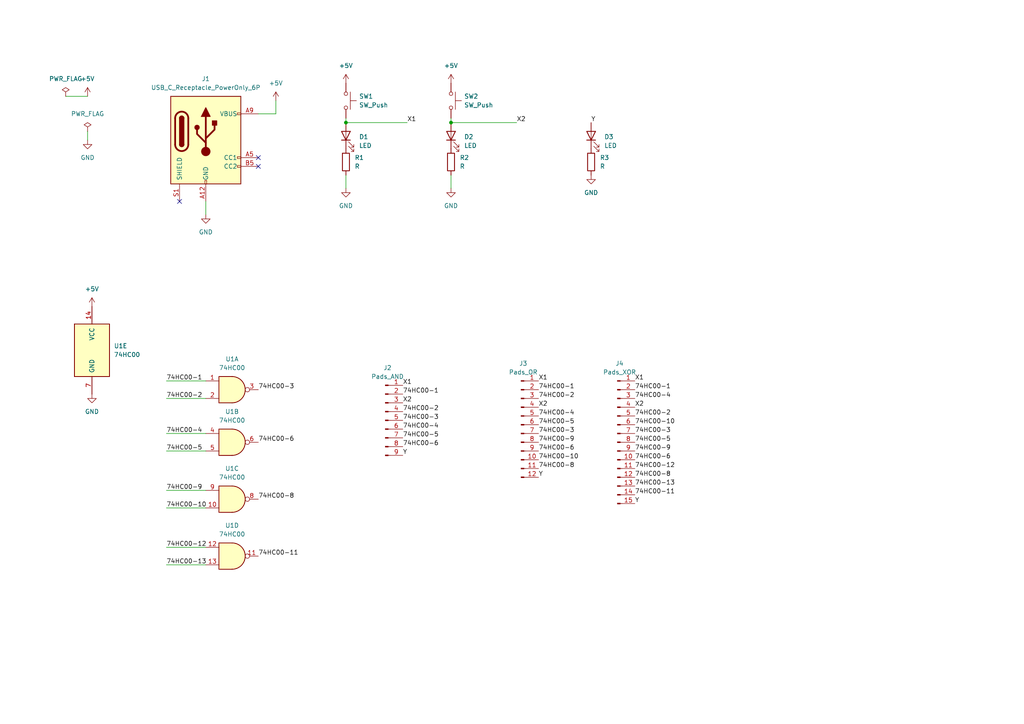
<source format=kicad_sch>
(kicad_sch (version 20231120) (generator "eeschema") (generator_version "8.0")
  (paper "A4")
  (lib_symbols
    (symbol "74xx:74HC00" (pin_names (offset 1.016))
      (property "Reference" "U" (at 0 1.27 0))
      (property "Value" "74HC00" (at 0 -1.27 0))
      (symbol "74HC00_1_1"
        (arc (start 0 -3.81) (mid 3.7934 0) (end 0 3.81) (stroke (width 0.254)) (fill (type background)))
        (polyline (pts (xy 0 3.81) (xy -3.81 3.81) (xy -3.81 -3.81) (xy 0 -3.81)) (stroke (width 0.254)) (fill (type background)))
        (pin input line (at -7.62 2.54 0) (length 3.81) (name "~") (number "1"))
        (pin input line (at -7.62 -2.54 0) (length 3.81) (name "~") (number "2"))
        (pin output inverted (at 7.62 0 180) (length 3.81) (name "~") (number "3"))
      )
      (symbol "74HC00_1_2"
        (arc (start -3.81 -3.81) (mid -2.589 0) (end -3.81 3.81) (stroke (width 0.254)))
        (arc (start -0.6096 -3.81) (mid 2.1842 -2.5851) (end 3.81 0) (stroke (width 0.254)) (fill (type background)))
        (polyline (pts (xy -3.81 -3.81) (xy -0.635 -3.81)) (stroke (width 0.254)) (fill (type background)))
        (polyline (pts (xy -3.81 3.81) (xy -0.635 3.81)) (stroke (width 0.254)) (fill (type background)))
        (polyline (pts (xy -0.635 3.81) (xy -3.81 3.81) (xy -3.81 3.81) (xy -3.556 3.4036) (xy -3.0226 2.2606) (xy -2.6924 1.0414) (xy -2.6162 -0.254) (xy -2.7686 -1.4986) (xy -3.175 -2.7178) (xy -3.81 -3.81) (xy -3.81 -3.81) (xy -0.635 -3.81)) (stroke (width -25.4)) (fill (type background)))
        (arc (start 3.81 0) (mid 2.1915 2.5936) (end -0.6096 3.81) (stroke (width 0.254)) (fill (type background)))
        (pin input inverted (at -7.62 2.54 0) (length 4.318) (name "~") (number "1"))
        (pin input inverted (at -7.62 -2.54 0) (length 4.318) (name "~") (number "2"))
        (pin output line (at 7.62 0 180) (length 3.81) (name "~") (number "3"))
      )
      (symbol "74HC00_2_1"
        (arc (start 0 -3.81) (mid 3.7934 0) (end 0 3.81) (stroke (width 0.254)) (fill (type background)))
        (polyline (pts (xy 0 3.81) (xy -3.81 3.81) (xy -3.81 -3.81) (xy 0 -3.81)) (stroke (width 0.254)) (fill (type background)))
        (pin input line (at -7.62 2.54 0) (length 3.81) (name "~") (number "4"))
        (pin input line (at -7.62 -2.54 0) (length 3.81) (name "~") (number "5"))
        (pin output inverted (at 7.62 0 180) (length 3.81) (name "~") (number "6"))
      )
      (symbol "74HC00_2_2"
        (arc (start -3.81 -3.81) (mid -2.589 0) (end -3.81 3.81) (stroke (width 0.254)))
        (arc (start -0.6096 -3.81) (mid 2.1842 -2.5851) (end 3.81 0) (stroke (width 0.254)) (fill (type background)))
        (polyline (pts (xy -3.81 -3.81) (xy -0.635 -3.81)) (stroke (width 0.254)) (fill (type background)))
        (polyline (pts (xy -3.81 3.81) (xy -0.635 3.81)) (stroke (width 0.254)) (fill (type background)))
        (polyline (pts (xy -0.635 3.81) (xy -3.81 3.81) (xy -3.81 3.81) (xy -3.556 3.4036) (xy -3.0226 2.2606) (xy -2.6924 1.0414) (xy -2.6162 -0.254) (xy -2.7686 -1.4986) (xy -3.175 -2.7178) (xy -3.81 -3.81) (xy -3.81 -3.81) (xy -0.635 -3.81)) (stroke (width -25.4)) (fill (type background)))
        (arc (start 3.81 0) (mid 2.1915 2.5936) (end -0.6096 3.81) (stroke (width 0.254)) (fill (type background)))
        (pin input inverted (at -7.62 2.54 0) (length 4.318) (name "~") (number "4"))
        (pin input inverted (at -7.62 -2.54 0) (length 4.318) (name "~") (number "5"))
        (pin output line (at 7.62 0 180) (length 3.81) (name "~") (number "6"))
      )
      (symbol "74HC00_3_1"
        (arc (start 0 -3.81) (mid 3.7934 0) (end 0 3.81) (stroke (width 0.254)) (fill (type background)))
        (polyline (pts (xy 0 3.81) (xy -3.81 3.81) (xy -3.81 -3.81) (xy 0 -3.81)) (stroke (width 0.254)) (fill (type background)))
        (pin input line (at -7.62 -2.54 0) (length 3.81) (name "~") (number "10"))
        (pin output inverted (at 7.62 0 180) (length 3.81) (name "~") (number "8"))
        (pin input line (at -7.62 2.54 0) (length 3.81) (name "~") (number "9"))
      )
      (symbol "74HC00_3_2"
        (arc (start -3.81 -3.81) (mid -2.589 0) (end -3.81 3.81) (stroke (width 0.254)))
        (arc (start -0.6096 -3.81) (mid 2.1842 -2.5851) (end 3.81 0) (stroke (width 0.254)) (fill (type background)))
        (polyline (pts (xy -3.81 -3.81) (xy -0.635 -3.81)) (stroke (width 0.254)) (fill (type background)))
        (polyline (pts (xy -3.81 3.81) (xy -0.635 3.81)) (stroke (width 0.254)) (fill (type background)))
        (polyline (pts (xy -0.635 3.81) (xy -3.81 3.81) (xy -3.81 3.81) (xy -3.556 3.4036) (xy -3.0226 2.2606) (xy -2.6924 1.0414) (xy -2.6162 -0.254) (xy -2.7686 -1.4986) (xy -3.175 -2.7178) (xy -3.81 -3.81) (xy -3.81 -3.81) (xy -0.635 -3.81)) (stroke (width -25.4)) (fill (type background)))
        (arc (start 3.81 0) (mid 2.1915 2.5936) (end -0.6096 3.81) (stroke (width 0.254)) (fill (type background)))
        (pin input inverted (at -7.62 -2.54 0) (length 4.318) (name "~") (number "10"))
        (pin output line (at 7.62 0 180) (length 3.81) (name "~") (number "8"))
        (pin input inverted (at -7.62 2.54 0) (length 4.318) (name "~") (number "9"))
      )
      (symbol "74HC00_4_1"
        (arc (start 0 -3.81) (mid 3.7934 0) (end 0 3.81) (stroke (width 0.254)) (fill (type background)))
        (polyline (pts (xy 0 3.81) (xy -3.81 3.81) (xy -3.81 -3.81) (xy 0 -3.81)) (stroke (width 0.254)) (fill (type background)))
        (pin output inverted (at 7.62 0 180) (length 3.81) (name "~") (number "11"))
        (pin input line (at -7.62 2.54 0) (length 3.81) (name "~") (number "12"))
        (pin input line (at -7.62 -2.54 0) (length 3.81) (name "~") (number "13"))
      )
      (symbol "74HC00_4_2"
        (arc (start -3.81 -3.81) (mid -2.589 0) (end -3.81 3.81) (stroke (width 0.254)))
        (arc (start -0.6096 -3.81) (mid 2.1842 -2.5851) (end 3.81 0) (stroke (width 0.254)) (fill (type background)))
        (polyline (pts (xy -3.81 -3.81) (xy -0.635 -3.81)) (stroke (width 0.254)) (fill (type background)))
        (polyline (pts (xy -3.81 3.81) (xy -0.635 3.81)) (stroke (width 0.254)) (fill (type background)))
        (polyline (pts (xy -0.635 3.81) (xy -3.81 3.81) (xy -3.81 3.81) (xy -3.556 3.4036) (xy -3.0226 2.2606) (xy -2.6924 1.0414) (xy -2.6162 -0.254) (xy -2.7686 -1.4986) (xy -3.175 -2.7178) (xy -3.81 -3.81) (xy -3.81 -3.81) (xy -0.635 -3.81)) (stroke (width -25.4)) (fill (type background)))
        (arc (start 3.81 0) (mid 2.1915 2.5936) (end -0.6096 3.81) (stroke (width 0.254)) (fill (type background)))
        (pin output line (at 7.62 0 180) (length 3.81) (name "~") (number "11"))
        (pin input inverted (at -7.62 2.54 0) (length 4.318) (name "~") (number "12"))
        (pin input inverted (at -7.62 -2.54 0) (length 4.318) (name "~") (number "13"))
      )
      (symbol "74HC00_5_0"
        (pin power_in line (at 0 12.7 270) (length 5.08) (name "VCC") (number "14"))
        (pin power_in line (at 0 -12.7 90) (length 5.08) (name "GND") (number "7"))
      )
      (symbol "74HC00_5_1"
        (rectangle (start -5.08 7.62) (end 5.08 -7.62) (stroke (width 0.254)) (fill (type background)))
      )
    )
    (symbol "Connector:Conn_01x09_Male" (pin_names (offset 1.016) hide)
      (property "Reference" "J" (at 0 12.7 0))
      (property "Value" "Conn_01x09_Male" (at 0 -12.7 0))
      (symbol "Conn_01x09_Male_1_1"
        (polyline (pts (xy 1.27 -10.16) (xy 0.8636 -10.16)) (stroke (width 0.1524)))
        (polyline (pts (xy 1.27 -7.62) (xy 0.8636 -7.62)) (stroke (width 0.1524)))
        (polyline (pts (xy 1.27 -5.08) (xy 0.8636 -5.08)) (stroke (width 0.1524)))
        (polyline (pts (xy 1.27 -2.54) (xy 0.8636 -2.54)) (stroke (width 0.1524)))
        (polyline (pts (xy 1.27 0) (xy 0.8636 0)) (stroke (width 0.1524)))
        (polyline (pts (xy 1.27 2.54) (xy 0.8636 2.54)) (stroke (width 0.1524)))
        (polyline (pts (xy 1.27 5.08) (xy 0.8636 5.08)) (stroke (width 0.1524)))
        (polyline (pts (xy 1.27 7.62) (xy 0.8636 7.62)) (stroke (width 0.1524)))
        (polyline (pts (xy 1.27 10.16) (xy 0.8636 10.16)) (stroke (width 0.1524)))
        (rectangle (start 0.8636 -10.033) (end 0 -10.287) (stroke (width 0.1524)) (fill (type outline)))
        (rectangle (start 0.8636 -7.493) (end 0 -7.747) (stroke (width 0.1524)) (fill (type outline)))
        (rectangle (start 0.8636 -4.953) (end 0 -5.207) (stroke (width 0.1524)) (fill (type outline)))
        (rectangle (start 0.8636 -2.413) (end 0 -2.667) (stroke (width 0.1524)) (fill (type outline)))
        (rectangle (start 0.8636 0.127) (end 0 -0.127) (stroke (width 0.1524)) (fill (type outline)))
        (rectangle (start 0.8636 2.667) (end 0 2.413) (stroke (width 0.1524)) (fill (type outline)))
        (rectangle (start 0.8636 5.207) (end 0 4.953) (stroke (width 0.1524)) (fill (type outline)))
        (rectangle (start 0.8636 7.747) (end 0 7.493) (stroke (width 0.1524)) (fill (type outline)))
        (rectangle (start 0.8636 10.287) (end 0 10.033) (stroke (width 0.1524)) (fill (type outline)))
        (pin passive line (at 5.08 10.16 180) (length 3.81) (name "Pin_1") (number "1"))
        (pin passive line (at 5.08 7.62 180) (length 3.81) (name "Pin_2") (number "2"))
        (pin passive line (at 5.08 5.08 180) (length 3.81) (name "Pin_3") (number "3"))
        (pin passive line (at 5.08 2.54 180) (length 3.81) (name "Pin_4") (number "4"))
        (pin passive line (at 5.08 0 180) (length 3.81) (name "Pin_5") (number "5"))
        (pin passive line (at 5.08 -2.54 180) (length 3.81) (name "Pin_6") (number "6"))
        (pin passive line (at 5.08 -5.08 180) (length 3.81) (name "Pin_7") (number "7"))
        (pin passive line (at 5.08 -7.62 180) (length 3.81) (name "Pin_8") (number "8"))
        (pin passive line (at 5.08 -10.16 180) (length 3.81) (name "Pin_9") (number "9"))
      )
    )
    (symbol "Connector:Conn_01x12_Male" (pin_names (offset 1.016) hide)
      (property "Reference" "J" (at 0 15.24 0))
      (property "Value" "Conn_01x12_Male" (at 0 -17.78 0))
      (symbol "Conn_01x12_Male_1_1"
        (polyline (pts (xy 1.27 -15.24) (xy 0.8636 -15.24)) (stroke (width 0.1524)))
        (polyline (pts (xy 1.27 -12.7) (xy 0.8636 -12.7)) (stroke (width 0.1524)))
        (polyline (pts (xy 1.27 -10.16) (xy 0.8636 -10.16)) (stroke (width 0.1524)))
        (polyline (pts (xy 1.27 -7.62) (xy 0.8636 -7.62)) (stroke (width 0.1524)))
        (polyline (pts (xy 1.27 -5.08) (xy 0.8636 -5.08)) (stroke (width 0.1524)))
        (polyline (pts (xy 1.27 -2.54) (xy 0.8636 -2.54)) (stroke (width 0.1524)))
        (polyline (pts (xy 1.27 0) (xy 0.8636 0)) (stroke (width 0.1524)))
        (polyline (pts (xy 1.27 2.54) (xy 0.8636 2.54)) (stroke (width 0.1524)))
        (polyline (pts (xy 1.27 5.08) (xy 0.8636 5.08)) (stroke (width 0.1524)))
        (polyline (pts (xy 1.27 7.62) (xy 0.8636 7.62)) (stroke (width 0.1524)))
        (polyline (pts (xy 1.27 10.16) (xy 0.8636 10.16)) (stroke (width 0.1524)))
        (polyline (pts (xy 1.27 12.7) (xy 0.8636 12.7)) (stroke (width 0.1524)))
        (rectangle (start 0.8636 -15.113) (end 0 -15.367) (stroke (width 0.1524)) (fill (type outline)))
        (rectangle (start 0.8636 -12.573) (end 0 -12.827) (stroke (width 0.1524)) (fill (type outline)))
        (rectangle (start 0.8636 -10.033) (end 0 -10.287) (stroke (width 0.1524)) (fill (type outline)))
        (rectangle (start 0.8636 -7.493) (end 0 -7.747) (stroke (width 0.1524)) (fill (type outline)))
        (rectangle (start 0.8636 -4.953) (end 0 -5.207) (stroke (width 0.1524)) (fill (type outline)))
        (rectangle (start 0.8636 -2.413) (end 0 -2.667) (stroke (width 0.1524)) (fill (type outline)))
        (rectangle (start 0.8636 0.127) (end 0 -0.127) (stroke (width 0.1524)) (fill (type outline)))
        (rectangle (start 0.8636 2.667) (end 0 2.413) (stroke (width 0.1524)) (fill (type outline)))
        (rectangle (start 0.8636 5.207) (end 0 4.953) (stroke (width 0.1524)) (fill (type outline)))
        (rectangle (start 0.8636 7.747) (end 0 7.493) (stroke (width 0.1524)) (fill (type outline)))
        (rectangle (start 0.8636 10.287) (end 0 10.033) (stroke (width 0.1524)) (fill (type outline)))
        (rectangle (start 0.8636 12.827) (end 0 12.573) (stroke (width 0.1524)) (fill (type outline)))
        (pin passive line (at 5.08 12.7 180) (length 3.81) (name "Pin_1") (number "1"))
        (pin passive line (at 5.08 -10.16 180) (length 3.81) (name "Pin_10") (number "10"))
        (pin passive line (at 5.08 -12.7 180) (length 3.81) (name "Pin_11") (number "11"))
        (pin passive line (at 5.08 -15.24 180) (length 3.81) (name "Pin_12") (number "12"))
        (pin passive line (at 5.08 10.16 180) (length 3.81) (name "Pin_2") (number "2"))
        (pin passive line (at 5.08 7.62 180) (length 3.81) (name "Pin_3") (number "3"))
        (pin passive line (at 5.08 5.08 180) (length 3.81) (name "Pin_4") (number "4"))
        (pin passive line (at 5.08 2.54 180) (length 3.81) (name "Pin_5") (number "5"))
        (pin passive line (at 5.08 0 180) (length 3.81) (name "Pin_6") (number "6"))
        (pin passive line (at 5.08 -2.54 180) (length 3.81) (name "Pin_7") (number "7"))
        (pin passive line (at 5.08 -5.08 180) (length 3.81) (name "Pin_8") (number "8"))
        (pin passive line (at 5.08 -7.62 180) (length 3.81) (name "Pin_9") (number "9"))
      )
    )
    (symbol "Connector:Conn_01x15_Male" (pin_names (offset 1.016) hide)
      (property "Reference" "J" (at 0 20.32 0))
      (property "Value" "Conn_01x15_Male" (at 0 -20.32 0))
      (symbol "Conn_01x15_Male_1_1"
        (polyline (pts (xy 1.27 -17.78) (xy 0.8636 -17.78)) (stroke (width 0.1524)))
        (polyline (pts (xy 1.27 -15.24) (xy 0.8636 -15.24)) (stroke (width 0.1524)))
        (polyline (pts (xy 1.27 -12.7) (xy 0.8636 -12.7)) (stroke (width 0.1524)))
        (polyline (pts (xy 1.27 -10.16) (xy 0.8636 -10.16)) (stroke (width 0.1524)))
        (polyline (pts (xy 1.27 -7.62) (xy 0.8636 -7.62)) (stroke (width 0.1524)))
        (polyline (pts (xy 1.27 -5.08) (xy 0.8636 -5.08)) (stroke (width 0.1524)))
        (polyline (pts (xy 1.27 -2.54) (xy 0.8636 -2.54)) (stroke (width 0.1524)))
        (polyline (pts (xy 1.27 0) (xy 0.8636 0)) (stroke (width 0.1524)))
        (polyline (pts (xy 1.27 2.54) (xy 0.8636 2.54)) (stroke (width 0.1524)))
        (polyline (pts (xy 1.27 5.08) (xy 0.8636 5.08)) (stroke (width 0.1524)))
        (polyline (pts (xy 1.27 7.62) (xy 0.8636 7.62)) (stroke (width 0.1524)))
        (polyline (pts (xy 1.27 10.16) (xy 0.8636 10.16)) (stroke (width 0.1524)))
        (polyline (pts (xy 1.27 12.7) (xy 0.8636 12.7)) (stroke (width 0.1524)))
        (polyline (pts (xy 1.27 15.24) (xy 0.8636 15.24)) (stroke (width 0.1524)))
        (polyline (pts (xy 1.27 17.78) (xy 0.8636 17.78)) (stroke (width 0.1524)))
        (rectangle (start 0.8636 -17.653) (end 0 -17.907) (stroke (width 0.1524)) (fill (type outline)))
        (rectangle (start 0.8636 -15.113) (end 0 -15.367) (stroke (width 0.1524)) (fill (type outline)))
        (rectangle (start 0.8636 -12.573) (end 0 -12.827) (stroke (width 0.1524)) (fill (type outline)))
        (rectangle (start 0.8636 -10.033) (end 0 -10.287) (stroke (width 0.1524)) (fill (type outline)))
        (rectangle (start 0.8636 -7.493) (end 0 -7.747) (stroke (width 0.1524)) (fill (type outline)))
        (rectangle (start 0.8636 -4.953) (end 0 -5.207) (stroke (width 0.1524)) (fill (type outline)))
        (rectangle (start 0.8636 -2.413) (end 0 -2.667) (stroke (width 0.1524)) (fill (type outline)))
        (rectangle (start 0.8636 0.127) (end 0 -0.127) (stroke (width 0.1524)) (fill (type outline)))
        (rectangle (start 0.8636 2.667) (end 0 2.413) (stroke (width 0.1524)) (fill (type outline)))
        (rectangle (start 0.8636 5.207) (end 0 4.953) (stroke (width 0.1524)) (fill (type outline)))
        (rectangle (start 0.8636 7.747) (end 0 7.493) (stroke (width 0.1524)) (fill (type outline)))
        (rectangle (start 0.8636 10.287) (end 0 10.033) (stroke (width 0.1524)) (fill (type outline)))
        (rectangle (start 0.8636 12.827) (end 0 12.573) (stroke (width 0.1524)) (fill (type outline)))
        (rectangle (start 0.8636 15.367) (end 0 15.113) (stroke (width 0.1524)) (fill (type outline)))
        (rectangle (start 0.8636 17.907) (end 0 17.653) (stroke (width 0.1524)) (fill (type outline)))
        (pin passive line (at 5.08 17.78 180) (length 3.81) (name "Pin_1") (number "1"))
        (pin passive line (at 5.08 -5.08 180) (length 3.81) (name "Pin_10") (number "10"))
        (pin passive line (at 5.08 -7.62 180) (length 3.81) (name "Pin_11") (number "11"))
        (pin passive line (at 5.08 -10.16 180) (length 3.81) (name "Pin_12") (number "12"))
        (pin passive line (at 5.08 -12.7 180) (length 3.81) (name "Pin_13") (number "13"))
        (pin passive line (at 5.08 -15.24 180) (length 3.81) (name "Pin_14") (number "14"))
        (pin passive line (at 5.08 -17.78 180) (length 3.81) (name "Pin_15") (number "15"))
        (pin passive line (at 5.08 15.24 180) (length 3.81) (name "Pin_2") (number "2"))
        (pin passive line (at 5.08 12.7 180) (length 3.81) (name "Pin_3") (number "3"))
        (pin passive line (at 5.08 10.16 180) (length 3.81) (name "Pin_4") (number "4"))
        (pin passive line (at 5.08 7.62 180) (length 3.81) (name "Pin_5") (number "5"))
        (pin passive line (at 5.08 5.08 180) (length 3.81) (name "Pin_6") (number "6"))
        (pin passive line (at 5.08 2.54 180) (length 3.81) (name "Pin_7") (number "7"))
        (pin passive line (at 5.08 0 180) (length 3.81) (name "Pin_8") (number "8"))
        (pin passive line (at 5.08 -2.54 180) (length 3.81) (name "Pin_9") (number "9"))
      )
    )
    (symbol "Connector:USB_C_Receptacle_PowerOnly_6P" (pin_names (offset 1.016))
      (property "Reference" "J" (at 0 16.51 0))
      (property "Value" "USB_C_Receptacle_PowerOnly_6P" (at 0 13.97 0))
      (symbol "USB_C_Receptacle_PowerOnly_6P_0_0"
        (rectangle (start -0.254 -12.7) (end 0.254 -11.684))
        (rectangle (start 10.16 -7.366) (end 9.144 -7.874))
        (rectangle (start 10.16 -4.826) (end 9.144 -5.334))
        (rectangle (start 10.16 7.874) (end 9.144 7.366))
      )
      (symbol "USB_C_Receptacle_PowerOnly_6P_0_1"
        (rectangle (start -10.16 12.7) (end 10.16 -12.7) (stroke (width 0.254)) (fill (type background)))
        (arc (start -8.89 -1.27) (mid -6.985 -3.1666) (end -5.08 -1.27) (stroke (width 0.508)))
        (arc (start -7.62 -1.27) (mid -6.985 -1.9022) (end -6.35 -1.27) (stroke (width 0.254)))
        (arc (start -7.62 -1.27) (mid -6.985 -1.9022) (end -6.35 -1.27) (stroke (width 0.254)) (fill (type outline)))
        (rectangle (start -7.62 -1.27) (end -6.35 6.35) (stroke (width 0.254)) (fill (type outline)))
        (arc (start -6.35 6.35) (mid -6.985 6.9822) (end -7.62 6.35) (stroke (width 0.254)))
        (arc (start -6.35 6.35) (mid -6.985 6.9822) (end -7.62 6.35) (stroke (width 0.254)) (fill (type outline)))
        (arc (start -5.08 6.35) (mid -6.985 8.2466) (end -8.89 6.35) (stroke (width 0.508)))
        (circle (center -2.54 3.683) (radius 0.635) (stroke (width 0.254)) (fill (type outline)))
        (circle (center 0 -3.302) (radius 1.27) (fill (type outline)))
        (polyline (pts (xy -8.89 -1.27) (xy -8.89 6.35)) (stroke (width 0.508)))
        (polyline (pts (xy -5.08 6.35) (xy -5.08 -1.27)) (stroke (width 0.508)))
        (polyline (pts (xy 0 -3.302) (xy 0 6.858)) (stroke (width 0.508)))
        (polyline (pts (xy 0 -0.762) (xy -2.54 1.778) (xy -2.54 3.048)) (stroke (width 0.508)))
        (polyline (pts (xy 0 0.508) (xy 2.54 3.048) (xy 2.54 4.318)) (stroke (width 0.508)))
        (polyline (pts (xy -1.27 6.858) (xy 0 9.398) (xy 1.27 6.858) (xy -1.27 6.858)) (stroke (width 0.254)) (fill (type outline)))
        (rectangle (start 1.905 4.318) (end 3.175 5.588) (stroke (width 0.254)) (fill (type outline)))
      )
      (symbol "USB_C_Receptacle_PowerOnly_6P_1_1"
        (pin passive line (at 0 -17.78 90) (length 5.08) (name "GND") (number "A12"))
        (pin bidirectional line (at 15.24 -5.08 180) (length 5.08) (name "CC1") (number "A5"))
        (pin passive line (at 15.24 7.62 180) (length 5.08) (name "VBUS") (number "A9"))
        (pin passive line (at 0 -17.78 90) (length 5.08) hide (name "GND") (number "B12"))
        (pin bidirectional line (at 15.24 -7.62 180) (length 5.08) (name "CC2") (number "B5"))
        (pin passive line (at 15.24 7.62 180) (length 5.08) hide (name "VBUS") (number "B9"))
        (pin passive line (at -7.62 -17.78 90) (length 5.08) (name "SHIELD") (number "S1"))
      )
    )
    (symbol "Device:LED" (pin_numbers hide) (pin_names (offset 1.016) hide)
      (property "Reference" "D" (at 0 2.54 0))
      (property "Value" "LED" (at 0 -2.54 0))
      (symbol "LED_0_1"
        (polyline (pts (xy -1.27 -1.27) (xy -1.27 1.27)) (stroke (width 0.254)))
        (polyline (pts (xy -1.27 0) (xy 1.27 0)))
        (polyline (pts (xy 1.27 -1.27) (xy 1.27 1.27) (xy -1.27 0) (xy 1.27 -1.27)) (stroke (width 0.254)))
        (polyline (pts (xy -3.048 -0.762) (xy -4.572 -2.286) (xy -3.81 -2.286) (xy -4.572 -2.286) (xy -4.572 -1.524)))
        (polyline (pts (xy -1.778 -0.762) (xy -3.302 -2.286) (xy -2.54 -2.286) (xy -3.302 -2.286) (xy -3.302 -1.524)))
      )
      (symbol "LED_1_1"
        (pin passive line (at -3.81 0 0) (length 2.54) (name "K") (number "1"))
        (pin passive line (at 3.81 0 180) (length 2.54) (name "A") (number "2"))
      )
    )
    (symbol "Device:R" (pin_numbers hide) (pin_names (offset 0))
      (property "Reference" "R" (at 2.032 0 90))
      (property "Value" "R" (at 0 0 90))
      (symbol "R_0_1"
        (rectangle (start -1.016 -2.54) (end 1.016 2.54) (stroke (width 0.254)))
      )
      (symbol "R_1_1"
        (pin passive line (at 0 3.81 270) (length 1.27) (name "~") (number "1"))
        (pin passive line (at 0 -3.81 90) (length 1.27) (name "~") (number "2"))
      )
    )
    (symbol "Switch:SW_Push" (pin_numbers hide) (pin_names (offset 1.016) hide)
      (property "Reference" "SW" (at 1.27 2.54 0))
      (property "Value" "SW_Push" (at 0 -1.524 0))
      (symbol "SW_Push_0_1"
        (circle (center -2.032 0) (radius 0.508))
        (polyline (pts (xy 0 1.27) (xy 0 3.048)))
        (polyline (pts (xy 2.54 1.27) (xy -2.54 1.27)))
        (circle (center 2.032 0) (radius 0.508))
        (pin passive line (at -5.08 0 0) (length 2.54) (name "1") (number "1"))
        (pin passive line (at 5.08 0 180) (length 2.54) (name "2") (number "2"))
      )
    )
    (symbol "power:+5V" (power) (pin_names (offset 0))
      (property "Value" "+5V" (at 0 3.556 0))
      (symbol "+5V_0_1"
        (polyline (pts (xy -0.762 1.27) (xy 0 2.54)))
        (polyline (pts (xy 0 0) (xy 0 2.54)))
        (polyline (pts (xy 0 2.54) (xy 0.762 1.27)))
      )
      (symbol "+5V_1_1"
        (pin power_in line (at 0 0 90) (length 0) hide (name "+5V") (number "1"))
      )
    )
    (symbol "power:GND" (power) (pin_names (offset 0))
      (property "Value" "GND" (at 0 -3.81 0))
      (symbol "GND_0_1"
        (polyline (pts (xy 0 0) (xy 0 -1.27) (xy 1.27 -1.27) (xy 0 -2.54) (xy -1.27 -1.27) (xy 0 -1.27)))
      )
      (symbol "GND_1_1"
        (pin power_in line (at 0 0 270) (length 0) hide (name "GND") (number "1"))
      )
    )
    (symbol "power:PWR_FLAG" (power) (pin_numbers hide) (pin_names (offset 0) hide)
      (property "Value" "PWR_FLAG" (at 0 3.81 0))
      (symbol "PWR_FLAG_0_0"
        (pin power_out line (at 0 0 90) (length 0) (name "pwr") (number "1"))
      )
      (symbol "PWR_FLAG_0_1"
        (polyline (pts (xy 0 0) (xy 0 1.27) (xy -1.016 1.905) (xy 0 2.54) (xy 1.016 1.905) (xy 0 1.27)))
      )
    )
  )
  (junction (at 130.81 35.56))
  (junction (at 100.33 35.56))
  (no_connect (at 74.93 45.72))
  (no_connect (at 74.93 48.26))
  (no_connect (at 52.07 58.42))
  (wire (pts (xy 19.05 27.94) (xy 25.4 27.94)))
  (wire (pts (xy 130.81 35.56) (xy 130.81 34.29)))
  (wire (pts (xy 48.26 125.73) (xy 59.69 125.73)))
  (wire (pts (xy 48.26 142.24) (xy 59.69 142.24)))
  (wire (pts (xy 100.33 50.8) (xy 100.33 54.61)))
  (wire (pts (xy 59.69 58.42) (xy 59.69 62.23)))
  (wire (pts (xy 80.01 33.02) (xy 80.01 29.21)))
  (wire (pts (xy 25.4 38.1) (xy 25.4 40.64)))
  (wire (pts (xy 48.26 158.75) (xy 59.69 158.75)))
  (wire (pts (xy 48.26 115.57) (xy 59.69 115.57)))
  (wire (pts (xy 48.26 163.83) (xy 59.69 163.83)))
  (wire (pts (xy 74.93 33.02) (xy 80.01 33.02)))
  (wire (pts (xy 130.81 35.56) (xy 149.86 35.56)))
  (wire (pts (xy 48.26 130.81) (xy 59.69 130.81)))
  (wire (pts (xy 100.33 35.56) (xy 118.11 35.56)))
  (wire (pts (xy 100.33 35.56) (xy 100.33 34.29)))
  (wire (pts (xy 48.26 110.49) (xy 59.69 110.49)))
  (wire (pts (xy 130.81 50.8) (xy 130.81 54.61)))
  (wire (pts (xy 48.26 147.32) (xy 59.69 147.32)))
  (label "74HC00-6" (at 184.15 133.35 0))
  (label "74HC00-8" (at 156.21 135.89 0))
  (label "74HC00-3" (at 156.21 125.73 0))
  (label "74HC00-3" (at 74.93 113.03 0))
  (label "74HC00-10" (at 184.15 123.19 0))
  (label "74HC00-12" (at 48.26 158.75 0))
  (label "74HC00-5" (at 156.21 123.19 0))
  (label "74HC00-4" (at 116.84 124.46 0))
  (label "Y" (at 171.45 35.56 0))
  (label "X1" (at 118.11 35.56 0))
  (label "74HC00-8" (at 184.15 138.43 0))
  (label "X2" (at 156.21 118.11 0))
  (label "74HC00-3" (at 184.15 125.73 0))
  (label "74HC00-3" (at 116.84 121.92 0))
  (label "74HC00-10" (at 156.21 133.35 0))
  (label "74HC00-6" (at 156.21 130.81 0))
  (label "74HC00-5" (at 116.84 127 0))
  (label "X1" (at 184.15 110.49 0))
  (label "74HC00-2" (at 156.21 115.57 0))
  (label "74HC00-11" (at 74.93 161.29 0))
  (label "X1" (at 156.21 110.49 0))
  (label "74HC00-6" (at 74.93 128.27 0))
  (label "X2" (at 149.86 35.56 0))
  (label "74HC00-1" (at 184.15 113.03 0))
  (label "74HC00-8" (at 74.93 144.78 0))
  (label "74HC00-2" (at 184.15 120.65 0))
  (label "74HC00-13" (at 184.15 140.97 0))
  (label "X1" (at 116.84 111.76 0))
  (label "74HC00-9" (at 184.15 130.81 0))
  (label "74HC00-4" (at 48.26 125.73 0))
  (label "74HC00-12" (at 184.15 135.89 0))
  (label "X2" (at 184.15 118.11 0))
  (label "74HC00-10" (at 48.26 147.32 0))
  (label "74HC00-9" (at 48.26 142.24 0))
  (label "74HC00-13" (at 48.26 163.83 0))
  (label "74HC00-11" (at 184.15 143.51 0))
  (label "Y" (at 184.15 146.05 0))
  (label "74HC00-1" (at 156.21 113.03 0))
  (label "74HC00-9" (at 156.21 128.27 0))
  (label "74HC00-5" (at 184.15 128.27 0))
  (label "Y" (at 116.84 132.08 0))
  (label "Y" (at 156.21 138.43 0))
  (label "X2" (at 116.84 116.84 0))
  (label "74HC00-5" (at 48.26 130.81 0))
  (label "74HC00-2" (at 48.26 115.57 0))
  (label "74HC00-6" (at 116.84 129.54 0))
  (label "74HC00-4" (at 184.15 115.57 0))
  (label "74HC00-1" (at 116.84 114.3 0))
  (label "74HC00-1" (at 48.26 110.49 0))
  (label "74HC00-4" (at 156.21 120.65 0))
  (label "74HC00-2" (at 116.84 119.38 0))
  (symbol (lib_id "Device:LED") (at 171.45 39.37 90) (unit 1)
    (property "Reference" "D3" (at 175.26 39.6874 90) (effects (justify right)))
    (property "Value" "LED" (at 175.26 42.2274 90) (effects (justify right)))
    (property "Footprint" "LED_THT:LED_D3.0mm" (effects (hide yes)))
  )
  (symbol (lib_id "74xx:74HC00") (at 67.31 161.29 0) (unit 4)
    (property "Reference" "U1" (at 67.31 152.4 0))
    (property "Value" "74HC00" (at 67.31 154.94 0))
    (property "Footprint" "Package_DIP:DIP-14_W7.62mm" (effects (hide yes)))
    (property "Datasheet" "http://www.ti.com/lit/gpn/sn74hc00" (effects (hide yes)))
  )
  (symbol (lib_id "power:GND") (at 59.69 62.23 0) (unit 1)
    (property "Reference" "#PWR05" (effects (hide yes)))
    (property "Value" "GND" (at 59.69 67.31 0))
  )
  (symbol (lib_id "power:+5V") (at 25.4 27.94 0) (unit 1)
    (property "Reference" "#PWR01" (effects (hide yes)))
    (property "Value" "+5V" (at 25.4 22.86 0))
  )
  (symbol (lib_id "power:GND") (at 130.81 54.61 0) (unit 1)
    (property "Reference" "#PWR010" (effects (hide yes)))
    (property "Value" "GND" (at 130.81 59.69 0))
  )
  (symbol (lib_id "power:+5V") (at 100.33 24.13 0) (unit 1)
    (property "Reference" "#PWR07" (effects (hide yes)))
    (property "Value" "+5V" (at 100.33 19.05 0))
  )
  (symbol (lib_id "power:GND") (at 26.67 114.3 0) (unit 1)
    (property "Reference" "#PWR04" (effects (hide yes)))
    (property "Value" "GND" (at 26.67 119.38 0))
  )
  (symbol (lib_id "74xx:74HC00") (at 67.31 144.78 0) (unit 3)
    (property "Reference" "U1" (at 67.31 135.89 0))
    (property "Value" "74HC00" (at 67.31 138.43 0))
    (property "Footprint" "Package_DIP:DIP-14_W7.62mm" (effects (hide yes)))
    (property "Datasheet" "http://www.ti.com/lit/gpn/sn74hc00" (effects (hide yes)))
  )
  (symbol (lib_id "74xx:74HC00") (at 26.67 101.6 0) (unit 5)
    (property "Reference" "U1" (at 33.02 100.3299 0) (effects (justify left)))
    (property "Value" "74HC00" (at 33.02 102.8699 0) (effects (justify left)))
    (property "Footprint" "Package_DIP:DIP-14_W7.62mm" (effects (hide yes)))
    (property "Datasheet" "http://www.ti.com/lit/gpn/sn74hc00" (effects (hide yes)))
  )
  (symbol (lib_id "Device:LED") (at 100.33 39.37 90) (unit 1)
    (property "Reference" "D1" (at 104.14 39.6874 90) (effects (justify right)))
    (property "Value" "LED" (at 104.14 42.2274 90) (effects (justify right)))
    (property "Footprint" "LED_THT:LED_D3.0mm" (effects (hide yes)))
  )
  (symbol (lib_id "power:PWR_FLAG") (at 19.05 27.94 0) (unit 1)
    (property "Reference" "#FLG01" (effects (hide yes)))
    (property "Value" "PWR_FLAG" (at 19.05 22.86 0))
  )
  (symbol (lib_id "Device:R") (at 130.81 46.99 0) (unit 1)
    (property "Reference" "R2" (at 133.35 45.7199 0) (effects (justify left)))
    (property "Value" "R" (at 133.35 48.2599 0) (effects (justify left)))
    (property "Footprint" "Resistor_THT:R_Axial_DIN0204_L3.6mm_D1.6mm_P7.62mm_Horizontal" (effects (hide yes)))
  )
  (symbol (lib_id "power:GND") (at 100.33 54.61 0) (unit 1)
    (property "Reference" "#PWR08" (effects (hide yes)))
    (property "Value" "GND" (at 100.33 59.69 0))
  )
  (symbol (lib_id "Device:R") (at 171.45 46.99 0) (unit 1)
    (property "Reference" "R3" (at 173.99 45.7199 0) (effects (justify left)))
    (property "Value" "R" (at 173.99 48.2599 0) (effects (justify left)))
    (property "Footprint" "Resistor_THT:R_Axial_DIN0204_L3.6mm_D1.6mm_P7.62mm_Horizontal" (effects (hide yes)))
  )
  (symbol (lib_id "74xx:74HC00") (at 67.31 128.27 0) (unit 2)
    (property "Reference" "U1" (at 67.31 119.38 0))
    (property "Value" "74HC00" (at 67.31 121.92 0))
    (property "Footprint" "Package_DIP:DIP-14_W7.62mm" (effects (hide yes)))
    (property "Datasheet" "http://www.ti.com/lit/gpn/sn74hc00" (effects (hide yes)))
  )
  (symbol (lib_id "Connector:Conn_01x15_Male") (at 179.07 128.27 0) (unit 1)
    (property "Reference" "J4" (at 179.705 105.41 0))
    (property "Value" "Pads_XOR" (at 179.705 107.95 0))
    (property "Footprint" "simpleLogicCircuit:pads_of_xor" (effects (hide yes)))
  )
  (symbol (lib_id "power:GND") (at 171.45 50.8 0) (unit 1)
    (property "Reference" "#PWR011" (effects (hide yes)))
    (property "Value" "GND" (at 171.45 55.88 0))
  )
  (symbol (lib_id "power:GND") (at 25.4 40.64 0) (unit 1)
    (property "Reference" "#PWR02" (effects (hide yes)))
    (property "Value" "GND" (at 25.4 45.72 0))
  )
  (symbol (lib_id "Connector:Conn_01x09_Male") (at 111.76 121.92 0) (unit 1)
    (property "Reference" "J2" (at 112.395 106.68 0))
    (property "Value" "Pads_AND" (at 112.395 109.22 0))
    (property "Footprint" "simpleLogicCircuit:pads_of_and" (effects (hide yes)))
  )
  (symbol (lib_id "Switch:SW_Push") (at 100.33 29.21 270) (unit 1)
    (property "Reference" "SW1" (at 104.14 27.9399 90) (effects (justify left)))
    (property "Value" "SW_Push" (at 104.14 30.4799 90) (effects (justify left)))
    (property "Footprint" "Button_Switch_THT:SW_PUSH_6mm" (effects (hide yes)))
  )
  (symbol (lib_id "Device:R") (at 100.33 46.99 0) (unit 1)
    (property "Reference" "R1" (at 102.87 45.7199 0) (effects (justify left)))
    (property "Value" "R" (at 102.87 48.2599 0) (effects (justify left)))
    (property "Footprint" "Resistor_THT:R_Axial_DIN0204_L3.6mm_D1.6mm_P7.62mm_Horizontal" (effects (hide yes)))
  )
  (symbol (lib_id "74xx:74HC00") (at 67.31 113.03 0) (unit 1)
    (property "Reference" "U1" (at 67.31 104.14 0))
    (property "Value" "74HC00" (at 67.31 106.68 0))
    (property "Footprint" "Package_DIP:DIP-14_W7.62mm" (effects (hide yes)))
    (property "Datasheet" "http://www.ti.com/lit/gpn/sn74hc00" (effects (hide yes)))
  )
  (symbol (lib_id "Connector:USB_C_Receptacle_PowerOnly_6P") (at 59.69 40.64 0) (unit 1)
    (property "Reference" "J1" (at 59.69 22.86 0))
    (property "Value" "USB_C_Receptacle_PowerOnly_6P" (at 59.69 25.4 0))
    (property "Footprint" "simpleLogicCircuit:USB-C-A295-CTRPB-1" (effects (hide yes)))
    (property "Datasheet" "https://www.usb.org/sites/default/files/documents/usb_type-c.zip" (effects (hide yes)))
  )
  (symbol (lib_id "Connector:Conn_01x12_Male") (at 151.13 123.19 0) (unit 1)
    (property "Reference" "J3" (at 151.765 105.41 0))
    (property "Value" "Pads_OR" (at 151.765 107.95 0))
    (property "Footprint" "simpleLogicCircuit:pads_of_or" (effects (hide yes)))
  )
  (symbol (lib_id "Switch:SW_Push") (at 130.81 29.21 270) (unit 1)
    (property "Reference" "SW2" (at 134.62 27.9399 90) (effects (justify left)))
    (property "Value" "SW_Push" (at 134.62 30.4799 90) (effects (justify left)))
    (property "Footprint" "Button_Switch_THT:SW_PUSH_6mm" (effects (hide yes)))
  )
  (symbol (lib_id "Device:LED") (at 130.81 39.37 90) (unit 1)
    (property "Reference" "D2" (at 134.62 39.6874 90) (effects (justify right)))
    (property "Value" "LED" (at 134.62 42.2274 90) (effects (justify right)))
    (property "Footprint" "LED_THT:LED_D3.0mm" (effects (hide yes)))
  )
  (symbol (lib_id "power:+5V") (at 130.81 24.13 0) (unit 1)
    (property "Reference" "#PWR09" (effects (hide yes)))
    (property "Value" "+5V" (at 130.81 19.05 0))
  )
  (symbol (lib_id "power:PWR_FLAG") (at 25.4 38.1 0) (unit 1)
    (property "Reference" "#FLG02" (effects (hide yes)))
    (property "Value" "PWR_FLAG" (at 25.4 33.02 0))
  )
  (symbol (lib_id "power:+5V") (at 80.01 29.21 0) (unit 1)
    (property "Reference" "#PWR06" (effects (hide yes)))
    (property "Value" "+5V" (at 80.01 24.13 0))
  )
  (symbol (lib_id "power:+5V") (at 26.67 88.9 0) (unit 1)
    (property "Reference" "#PWR03" (effects (hide yes)))
    (property "Value" "+5V" (at 26.67 83.82 0))
  )
)
</source>
